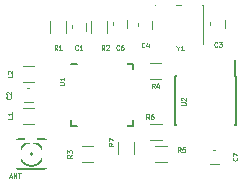
<source format=gto>
G04 #@! TF.GenerationSoftware,KiCad,Pcbnew,(2017-11-08 revision cd21218)-HEAD*
G04 #@! TF.CreationDate,2018-02-15T12:52:27+02:00*
G04 #@! TF.ProjectId,rfm69w_adapter,72666D3639775F616461707465722E6B,rev?*
G04 #@! TF.SameCoordinates,Original*
G04 #@! TF.FileFunction,Legend,Top*
G04 #@! TF.FilePolarity,Positive*
%FSLAX46Y46*%
G04 Gerber Fmt 4.6, Leading zero omitted, Abs format (unit mm)*
G04 Created by KiCad (PCBNEW (2017-11-08 revision cd21218)-HEAD) date Thu Feb 15 12:52:27 2018*
%MOMM*%
%LPD*%
G01*
G04 APERTURE LIST*
%ADD10C,0.120000*%
%ADD11C,0.150000*%
%ADD12C,0.100000*%
%ADD13R,1.600000X1.600000*%
%ADD14R,1.150000X1.200000*%
%ADD15R,1.200000X1.150000*%
%ADD16R,0.900000X1.300000*%
%ADD17R,1.300000X0.900000*%
%ADD18R,1.800000X1.600000*%
%ADD19R,1.100000X0.650000*%
%ADD20R,0.650000X1.100000*%
%ADD21R,2.125000X2.125000*%
%ADD22R,1.000000X1.950000*%
%ADD23R,1.190000X2.340000*%
%ADD24R,1.140000X1.190000*%
G04 APERTURE END LIST*
D10*
X131350000Y-65900000D02*
X131350000Y-66600000D01*
X130150000Y-66600000D02*
X130150000Y-65900000D01*
X114400000Y-71650000D02*
X115100000Y-71650000D01*
X115100000Y-72850000D02*
X114400000Y-72850000D01*
X114250000Y-73320000D02*
X115250000Y-73320000D01*
X115250000Y-74680000D02*
X114250000Y-74680000D01*
X115250000Y-71180000D02*
X114250000Y-71180000D01*
X114250000Y-69820000D02*
X115250000Y-69820000D01*
X130150000Y-76900000D02*
X130850000Y-76900000D01*
X130850000Y-78100000D02*
X130150000Y-78100000D01*
X125500000Y-76570000D02*
X126500000Y-76570000D01*
X126500000Y-77930000D02*
X125500000Y-77930000D01*
X120250000Y-77930000D02*
X119250000Y-77930000D01*
X119250000Y-76570000D02*
X120250000Y-76570000D01*
X124037800Y-66644000D02*
X124037800Y-65944000D01*
X125237800Y-65944000D02*
X125237800Y-66644000D01*
X123100000Y-65900000D02*
X123100000Y-66600000D01*
X121900000Y-66600000D02*
X121900000Y-65900000D01*
X121430000Y-66000000D02*
X121430000Y-67000000D01*
X120070000Y-67000000D02*
X120070000Y-66000000D01*
X119600000Y-66150000D02*
X119600000Y-66850000D01*
X118400000Y-66850000D02*
X118400000Y-66150000D01*
X117930000Y-66000000D02*
X117930000Y-67000000D01*
X116570000Y-67000000D02*
X116570000Y-66000000D01*
X126000000Y-70930000D02*
X125000000Y-70930000D01*
X125000000Y-69570000D02*
X126000000Y-69570000D01*
X126030000Y-76030000D02*
X125030000Y-76030000D01*
X125030000Y-74670000D02*
X126030000Y-74670000D01*
X129500000Y-64600000D02*
X125500000Y-64600000D01*
X129500000Y-67900000D02*
X129500000Y-64600000D01*
D11*
X123625000Y-69625000D02*
X123625000Y-70150000D01*
X118375000Y-74875000D02*
X118375000Y-74350000D01*
X123625000Y-74875000D02*
X123625000Y-74350000D01*
X118375000Y-69625000D02*
X118900000Y-69625000D01*
X118375000Y-74875000D02*
X118900000Y-74875000D01*
X123625000Y-74875000D02*
X123100000Y-74875000D01*
X123625000Y-69625000D02*
X123100000Y-69625000D01*
X132325000Y-70675000D02*
X132275000Y-70675000D01*
X132325000Y-74825000D02*
X132180000Y-74825000D01*
X127175000Y-74825000D02*
X127320000Y-74825000D01*
X127175000Y-70675000D02*
X127320000Y-70675000D01*
X132325000Y-70675000D02*
X132325000Y-74825000D01*
X127175000Y-70675000D02*
X127175000Y-74825000D01*
X132275000Y-70675000D02*
X132275000Y-69275000D01*
X115100000Y-77250000D02*
G75*
G03X115100000Y-77250000I-100000J0D01*
G01*
X116000000Y-77250000D02*
G75*
G03X116000000Y-77250000I-1000000J0D01*
G01*
X116300000Y-76250000D02*
X116300000Y-78250000D01*
X114000000Y-75950000D02*
X116000000Y-75950000D01*
X113700000Y-78250000D02*
X113700000Y-76250000D01*
X116000000Y-78550000D02*
X114000000Y-78550000D01*
X116300000Y-76250000D02*
G75*
G03X116000000Y-75950000I-300000J0D01*
G01*
X114000000Y-75950000D02*
G75*
G03X113700000Y-76250000I0J-300000D01*
G01*
X113700000Y-78250000D02*
G75*
G03X114000000Y-78550000I300000J0D01*
G01*
X116000000Y-78550000D02*
G75*
G03X116300000Y-78250000I0J300000D01*
G01*
D10*
X123680000Y-76250000D02*
X123680000Y-77250000D01*
X122320000Y-77250000D02*
X122320000Y-76250000D01*
D12*
X130733333Y-68142857D02*
X130714285Y-68161904D01*
X130657142Y-68180952D01*
X130619047Y-68180952D01*
X130561904Y-68161904D01*
X130523809Y-68123809D01*
X130504761Y-68085714D01*
X130485714Y-68009523D01*
X130485714Y-67952380D01*
X130504761Y-67876190D01*
X130523809Y-67838095D01*
X130561904Y-67800000D01*
X130619047Y-67780952D01*
X130657142Y-67780952D01*
X130714285Y-67800000D01*
X130733333Y-67819047D01*
X130866666Y-67780952D02*
X131114285Y-67780952D01*
X130980952Y-67933333D01*
X131038095Y-67933333D01*
X131076190Y-67952380D01*
X131095238Y-67971428D01*
X131114285Y-68009523D01*
X131114285Y-68104761D01*
X131095238Y-68142857D01*
X131076190Y-68161904D01*
X131038095Y-68180952D01*
X130923809Y-68180952D01*
X130885714Y-68161904D01*
X130866666Y-68142857D01*
X113242857Y-72366666D02*
X113261904Y-72385714D01*
X113280952Y-72442857D01*
X113280952Y-72480952D01*
X113261904Y-72538095D01*
X113223809Y-72576190D01*
X113185714Y-72595238D01*
X113109523Y-72614285D01*
X113052380Y-72614285D01*
X112976190Y-72595238D01*
X112938095Y-72576190D01*
X112900000Y-72538095D01*
X112880952Y-72480952D01*
X112880952Y-72442857D01*
X112900000Y-72385714D01*
X112919047Y-72366666D01*
X112919047Y-72214285D02*
X112900000Y-72195238D01*
X112880952Y-72157142D01*
X112880952Y-72061904D01*
X112900000Y-72023809D01*
X112919047Y-72004761D01*
X112957142Y-71985714D01*
X112995238Y-71985714D01*
X113052380Y-72004761D01*
X113280952Y-72233333D01*
X113280952Y-71985714D01*
X113380952Y-74066666D02*
X113380952Y-74257142D01*
X112980952Y-74257142D01*
X113380952Y-73723809D02*
X113380952Y-73952380D01*
X113380952Y-73838095D02*
X112980952Y-73838095D01*
X113038095Y-73876190D01*
X113076190Y-73914285D01*
X113095238Y-73952380D01*
X113380952Y-70566666D02*
X113380952Y-70757142D01*
X112980952Y-70757142D01*
X113019047Y-70452380D02*
X113000000Y-70433333D01*
X112980952Y-70395238D01*
X112980952Y-70300000D01*
X113000000Y-70261904D01*
X113019047Y-70242857D01*
X113057142Y-70223809D01*
X113095238Y-70223809D01*
X113152380Y-70242857D01*
X113380952Y-70471428D01*
X113380952Y-70223809D01*
X132392857Y-77566666D02*
X132411904Y-77585714D01*
X132430952Y-77642857D01*
X132430952Y-77680952D01*
X132411904Y-77738095D01*
X132373809Y-77776190D01*
X132335714Y-77795238D01*
X132259523Y-77814285D01*
X132202380Y-77814285D01*
X132126190Y-77795238D01*
X132088095Y-77776190D01*
X132050000Y-77738095D01*
X132030952Y-77680952D01*
X132030952Y-77642857D01*
X132050000Y-77585714D01*
X132069047Y-77566666D01*
X132030952Y-77433333D02*
X132030952Y-77166666D01*
X132430952Y-77338095D01*
X127633333Y-77080952D02*
X127500000Y-76890476D01*
X127404761Y-77080952D02*
X127404761Y-76680952D01*
X127557142Y-76680952D01*
X127595238Y-76700000D01*
X127614285Y-76719047D01*
X127633333Y-76757142D01*
X127633333Y-76814285D01*
X127614285Y-76852380D01*
X127595238Y-76871428D01*
X127557142Y-76890476D01*
X127404761Y-76890476D01*
X127995238Y-76680952D02*
X127804761Y-76680952D01*
X127785714Y-76871428D01*
X127804761Y-76852380D01*
X127842857Y-76833333D01*
X127938095Y-76833333D01*
X127976190Y-76852380D01*
X127995238Y-76871428D01*
X128014285Y-76909523D01*
X128014285Y-77004761D01*
X127995238Y-77042857D01*
X127976190Y-77061904D01*
X127938095Y-77080952D01*
X127842857Y-77080952D01*
X127804761Y-77061904D01*
X127785714Y-77042857D01*
X118430952Y-77316666D02*
X118240476Y-77450000D01*
X118430952Y-77545238D02*
X118030952Y-77545238D01*
X118030952Y-77392857D01*
X118050000Y-77354761D01*
X118069047Y-77335714D01*
X118107142Y-77316666D01*
X118164285Y-77316666D01*
X118202380Y-77335714D01*
X118221428Y-77354761D01*
X118240476Y-77392857D01*
X118240476Y-77545238D01*
X118030952Y-77183333D02*
X118030952Y-76935714D01*
X118183333Y-77069047D01*
X118183333Y-77011904D01*
X118202380Y-76973809D01*
X118221428Y-76954761D01*
X118259523Y-76935714D01*
X118354761Y-76935714D01*
X118392857Y-76954761D01*
X118411904Y-76973809D01*
X118430952Y-77011904D01*
X118430952Y-77126190D01*
X118411904Y-77164285D01*
X118392857Y-77183333D01*
X124571133Y-68186857D02*
X124552085Y-68205904D01*
X124494942Y-68224952D01*
X124456847Y-68224952D01*
X124399704Y-68205904D01*
X124361609Y-68167809D01*
X124342561Y-68129714D01*
X124323514Y-68053523D01*
X124323514Y-67996380D01*
X124342561Y-67920190D01*
X124361609Y-67882095D01*
X124399704Y-67844000D01*
X124456847Y-67824952D01*
X124494942Y-67824952D01*
X124552085Y-67844000D01*
X124571133Y-67863047D01*
X124913990Y-67958285D02*
X124913990Y-68224952D01*
X124818752Y-67805904D02*
X124723514Y-68091619D01*
X124971133Y-68091619D01*
X122433333Y-68392857D02*
X122414285Y-68411904D01*
X122357142Y-68430952D01*
X122319047Y-68430952D01*
X122261904Y-68411904D01*
X122223809Y-68373809D01*
X122204761Y-68335714D01*
X122185714Y-68259523D01*
X122185714Y-68202380D01*
X122204761Y-68126190D01*
X122223809Y-68088095D01*
X122261904Y-68050000D01*
X122319047Y-68030952D01*
X122357142Y-68030952D01*
X122414285Y-68050000D01*
X122433333Y-68069047D01*
X122776190Y-68030952D02*
X122700000Y-68030952D01*
X122661904Y-68050000D01*
X122642857Y-68069047D01*
X122604761Y-68126190D01*
X122585714Y-68202380D01*
X122585714Y-68354761D01*
X122604761Y-68392857D01*
X122623809Y-68411904D01*
X122661904Y-68430952D01*
X122738095Y-68430952D01*
X122776190Y-68411904D01*
X122795238Y-68392857D01*
X122814285Y-68354761D01*
X122814285Y-68259523D01*
X122795238Y-68221428D01*
X122776190Y-68202380D01*
X122738095Y-68183333D01*
X122661904Y-68183333D01*
X122623809Y-68202380D01*
X122604761Y-68221428D01*
X122585714Y-68259523D01*
X121183333Y-68430952D02*
X121050000Y-68240476D01*
X120954761Y-68430952D02*
X120954761Y-68030952D01*
X121107142Y-68030952D01*
X121145238Y-68050000D01*
X121164285Y-68069047D01*
X121183333Y-68107142D01*
X121183333Y-68164285D01*
X121164285Y-68202380D01*
X121145238Y-68221428D01*
X121107142Y-68240476D01*
X120954761Y-68240476D01*
X121335714Y-68069047D02*
X121354761Y-68050000D01*
X121392857Y-68030952D01*
X121488095Y-68030952D01*
X121526190Y-68050000D01*
X121545238Y-68069047D01*
X121564285Y-68107142D01*
X121564285Y-68145238D01*
X121545238Y-68202380D01*
X121316666Y-68430952D01*
X121564285Y-68430952D01*
X118933333Y-68392857D02*
X118914285Y-68411904D01*
X118857142Y-68430952D01*
X118819047Y-68430952D01*
X118761904Y-68411904D01*
X118723809Y-68373809D01*
X118704761Y-68335714D01*
X118685714Y-68259523D01*
X118685714Y-68202380D01*
X118704761Y-68126190D01*
X118723809Y-68088095D01*
X118761904Y-68050000D01*
X118819047Y-68030952D01*
X118857142Y-68030952D01*
X118914285Y-68050000D01*
X118933333Y-68069047D01*
X119314285Y-68430952D02*
X119085714Y-68430952D01*
X119200000Y-68430952D02*
X119200000Y-68030952D01*
X119161904Y-68088095D01*
X119123809Y-68126190D01*
X119085714Y-68145238D01*
X117183333Y-68430952D02*
X117050000Y-68240476D01*
X116954761Y-68430952D02*
X116954761Y-68030952D01*
X117107142Y-68030952D01*
X117145238Y-68050000D01*
X117164285Y-68069047D01*
X117183333Y-68107142D01*
X117183333Y-68164285D01*
X117164285Y-68202380D01*
X117145238Y-68221428D01*
X117107142Y-68240476D01*
X116954761Y-68240476D01*
X117564285Y-68430952D02*
X117335714Y-68430952D01*
X117450000Y-68430952D02*
X117450000Y-68030952D01*
X117411904Y-68088095D01*
X117373809Y-68126190D01*
X117335714Y-68145238D01*
X125433333Y-71680952D02*
X125300000Y-71490476D01*
X125204761Y-71680952D02*
X125204761Y-71280952D01*
X125357142Y-71280952D01*
X125395238Y-71300000D01*
X125414285Y-71319047D01*
X125433333Y-71357142D01*
X125433333Y-71414285D01*
X125414285Y-71452380D01*
X125395238Y-71471428D01*
X125357142Y-71490476D01*
X125204761Y-71490476D01*
X125776190Y-71414285D02*
X125776190Y-71680952D01*
X125680952Y-71261904D02*
X125585714Y-71547619D01*
X125833333Y-71547619D01*
X124963333Y-74280952D02*
X124830000Y-74090476D01*
X124734761Y-74280952D02*
X124734761Y-73880952D01*
X124887142Y-73880952D01*
X124925238Y-73900000D01*
X124944285Y-73919047D01*
X124963333Y-73957142D01*
X124963333Y-74014285D01*
X124944285Y-74052380D01*
X124925238Y-74071428D01*
X124887142Y-74090476D01*
X124734761Y-74090476D01*
X125306190Y-73880952D02*
X125230000Y-73880952D01*
X125191904Y-73900000D01*
X125172857Y-73919047D01*
X125134761Y-73976190D01*
X125115714Y-74052380D01*
X125115714Y-74204761D01*
X125134761Y-74242857D01*
X125153809Y-74261904D01*
X125191904Y-74280952D01*
X125268095Y-74280952D01*
X125306190Y-74261904D01*
X125325238Y-74242857D01*
X125344285Y-74204761D01*
X125344285Y-74109523D01*
X125325238Y-74071428D01*
X125306190Y-74052380D01*
X125268095Y-74033333D01*
X125191904Y-74033333D01*
X125153809Y-74052380D01*
X125134761Y-74071428D01*
X125115714Y-74109523D01*
X127409523Y-68290476D02*
X127409523Y-68480952D01*
X127276190Y-68080952D02*
X127409523Y-68290476D01*
X127542857Y-68080952D01*
X127885714Y-68480952D02*
X127657142Y-68480952D01*
X127771428Y-68480952D02*
X127771428Y-68080952D01*
X127733333Y-68138095D01*
X127695238Y-68176190D01*
X127657142Y-68195238D01*
X117380952Y-71404761D02*
X117704761Y-71404761D01*
X117742857Y-71385714D01*
X117761904Y-71366666D01*
X117780952Y-71328571D01*
X117780952Y-71252380D01*
X117761904Y-71214285D01*
X117742857Y-71195238D01*
X117704761Y-71176190D01*
X117380952Y-71176190D01*
X117780952Y-70776190D02*
X117780952Y-71004761D01*
X117780952Y-70890476D02*
X117380952Y-70890476D01*
X117438095Y-70928571D01*
X117476190Y-70966666D01*
X117495238Y-71004761D01*
X127680952Y-73104761D02*
X128004761Y-73104761D01*
X128042857Y-73085714D01*
X128061904Y-73066666D01*
X128080952Y-73028571D01*
X128080952Y-72952380D01*
X128061904Y-72914285D01*
X128042857Y-72895238D01*
X128004761Y-72876190D01*
X127680952Y-72876190D01*
X127719047Y-72704761D02*
X127700000Y-72685714D01*
X127680952Y-72647619D01*
X127680952Y-72552380D01*
X127700000Y-72514285D01*
X127719047Y-72495238D01*
X127757142Y-72476190D01*
X127795238Y-72476190D01*
X127852380Y-72495238D01*
X128080952Y-72723809D01*
X128080952Y-72476190D01*
X113142857Y-79166666D02*
X113333333Y-79166666D01*
X113104761Y-79280952D02*
X113238095Y-78880952D01*
X113371428Y-79280952D01*
X113504761Y-79280952D02*
X113504761Y-78880952D01*
X113733333Y-79280952D01*
X113733333Y-78880952D01*
X113866666Y-78880952D02*
X114095238Y-78880952D01*
X113980952Y-79280952D02*
X113980952Y-78880952D01*
X121930952Y-76316666D02*
X121740476Y-76450000D01*
X121930952Y-76545238D02*
X121530952Y-76545238D01*
X121530952Y-76392857D01*
X121550000Y-76354761D01*
X121569047Y-76335714D01*
X121607142Y-76316666D01*
X121664285Y-76316666D01*
X121702380Y-76335714D01*
X121721428Y-76354761D01*
X121740476Y-76392857D01*
X121740476Y-76545238D01*
X121530952Y-76183333D02*
X121530952Y-75916666D01*
X121930952Y-76088095D01*
%LPC*%
D13*
X131750000Y-79500000D03*
X129750000Y-79500000D03*
X127750000Y-79500000D03*
X125750000Y-79500000D03*
X123750000Y-79500000D03*
X121750000Y-79500000D03*
X119750000Y-79500000D03*
X117750000Y-79500000D03*
X131750000Y-63500000D03*
X129750000Y-63500000D03*
X127750000Y-63500000D03*
X125750000Y-63500000D03*
X123750000Y-63500000D03*
X119750000Y-63500000D03*
X121750000Y-63500000D03*
X117750000Y-63500000D03*
D14*
X130750000Y-65500000D03*
X130750000Y-67000000D03*
D15*
X114000000Y-72250000D03*
X115500000Y-72250000D03*
D16*
X115500000Y-74000000D03*
X114000000Y-74000000D03*
X114000000Y-70500000D03*
X115500000Y-70500000D03*
D15*
X129750000Y-77500000D03*
X131250000Y-77500000D03*
D16*
X126750000Y-77250000D03*
X125250000Y-77250000D03*
X119000000Y-77250000D03*
X120500000Y-77250000D03*
D14*
X124637800Y-67044000D03*
X124637800Y-65544000D03*
X122500000Y-65500000D03*
X122500000Y-67000000D03*
D17*
X120750000Y-67250000D03*
X120750000Y-65750000D03*
D14*
X119000000Y-65750000D03*
X119000000Y-67250000D03*
D17*
X117250000Y-67250000D03*
X117250000Y-65750000D03*
D16*
X124750000Y-70250000D03*
X126250000Y-70250000D03*
X124780000Y-75350000D03*
X126280000Y-75350000D03*
D18*
X128600000Y-67100000D03*
X126400000Y-67100000D03*
X126400000Y-65400000D03*
X128600000Y-65400000D03*
D19*
X118600000Y-70500000D03*
X118600000Y-71000000D03*
X118600000Y-71500000D03*
X118600000Y-72000000D03*
X118600000Y-72500000D03*
X118600000Y-73000000D03*
X118600000Y-73500000D03*
X118600000Y-74000000D03*
D20*
X119250000Y-74650000D03*
X119750000Y-74650000D03*
X120250000Y-74650000D03*
X120750000Y-74650000D03*
X121250000Y-74650000D03*
X121750000Y-74650000D03*
X122250000Y-74650000D03*
X122750000Y-74650000D03*
D19*
X123400000Y-74000000D03*
X123400000Y-73500000D03*
X123400000Y-73000000D03*
X123400000Y-72500000D03*
X123400000Y-72000000D03*
X123400000Y-71500000D03*
X123400000Y-71000000D03*
X123400000Y-70500000D03*
D20*
X122750000Y-69850000D03*
X122250000Y-69850000D03*
X121750000Y-69850000D03*
X121250000Y-69850000D03*
X120750000Y-69850000D03*
X120250000Y-69850000D03*
X119750000Y-69850000D03*
X119250000Y-69850000D03*
D21*
X121862500Y-73112500D03*
X121862500Y-71387500D03*
X120137500Y-73112500D03*
X120137500Y-71387500D03*
D22*
X131655000Y-70050000D03*
X130385000Y-70050000D03*
X129115000Y-70050000D03*
X127845000Y-70050000D03*
X127845000Y-75450000D03*
X129115000Y-75450000D03*
X130385000Y-75450000D03*
X131655000Y-75450000D03*
D23*
X116475000Y-77250000D03*
X113525000Y-77250000D03*
D24*
X115000000Y-75725000D03*
D17*
X123000000Y-77500000D03*
X123000000Y-76000000D03*
M02*

</source>
